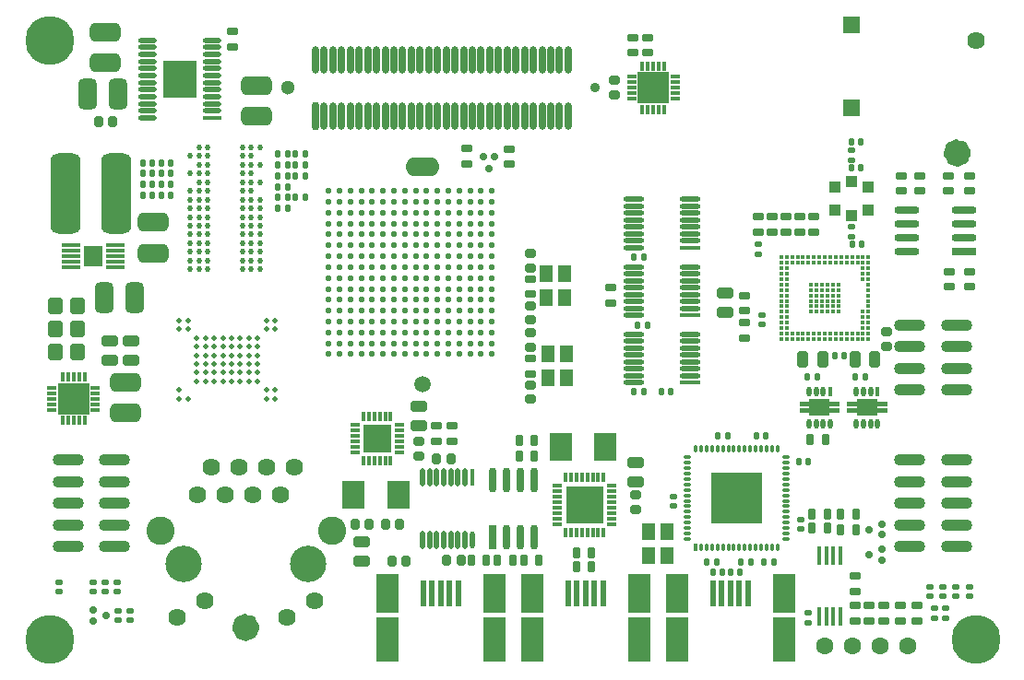
<source format=gts>
%FSLAX44Y44*%
%MOMM*%
G71*
G01*
G75*
G04 Layer_Color=8388736*
%ADD10C,1.0000*%
G04:AMPARAMS|DCode=11|XSize=0.9mm|YSize=0.6mm|CornerRadius=0.15mm|HoleSize=0mm|Usage=FLASHONLY|Rotation=90.000|XOffset=0mm|YOffset=0mm|HoleType=Round|Shape=RoundedRectangle|*
%AMROUNDEDRECTD11*
21,1,0.9000,0.3000,0,0,90.0*
21,1,0.6000,0.6000,0,0,90.0*
1,1,0.3000,0.1500,0.3000*
1,1,0.3000,0.1500,-0.3000*
1,1,0.3000,-0.1500,-0.3000*
1,1,0.3000,-0.1500,0.3000*
%
%ADD11ROUNDEDRECTD11*%
G04:AMPARAMS|DCode=12|XSize=1.4mm|YSize=0.9mm|CornerRadius=0.225mm|HoleSize=0mm|Usage=FLASHONLY|Rotation=0.000|XOffset=0mm|YOffset=0mm|HoleType=Round|Shape=RoundedRectangle|*
%AMROUNDEDRECTD12*
21,1,1.4000,0.4500,0,0,0.0*
21,1,0.9500,0.9000,0,0,0.0*
1,1,0.4500,0.4750,-0.2250*
1,1,0.4500,-0.4750,-0.2250*
1,1,0.4500,-0.4750,0.2250*
1,1,0.4500,0.4750,0.2250*
%
%ADD12ROUNDEDRECTD12*%
%ADD13R,1.5700X1.8800*%
%ADD14O,1.6500X0.3000*%
%ADD15R,1.6500X0.3000*%
%ADD16R,0.5000X0.5000*%
%ADD17O,0.8000X0.2500*%
%ADD18O,0.2500X0.8000*%
%ADD19R,0.2500X0.8000*%
G04:AMPARAMS|DCode=20|XSize=0.9mm|YSize=0.6mm|CornerRadius=0.15mm|HoleSize=0mm|Usage=FLASHONLY|Rotation=0.000|XOffset=0mm|YOffset=0mm|HoleType=Round|Shape=RoundedRectangle|*
%AMROUNDEDRECTD20*
21,1,0.9000,0.3000,0,0,0.0*
21,1,0.6000,0.6000,0,0,0.0*
1,1,0.3000,0.3000,-0.1500*
1,1,0.3000,-0.3000,-0.1500*
1,1,0.3000,-0.3000,0.1500*
1,1,0.3000,0.3000,0.1500*
%
%ADD20ROUNDEDRECTD20*%
G04:AMPARAMS|DCode=21|XSize=1.4mm|YSize=0.9mm|CornerRadius=0.225mm|HoleSize=0mm|Usage=FLASHONLY|Rotation=90.000|XOffset=0mm|YOffset=0mm|HoleType=Round|Shape=RoundedRectangle|*
%AMROUNDEDRECTD21*
21,1,1.4000,0.4500,0,0,90.0*
21,1,0.9500,0.9000,0,0,90.0*
1,1,0.4500,0.2250,0.4750*
1,1,0.4500,0.2250,-0.4750*
1,1,0.4500,-0.2250,-0.4750*
1,1,0.4500,-0.2250,0.4750*
%
%ADD21ROUNDEDRECTD21*%
G04:AMPARAMS|DCode=22|XSize=0.6mm|YSize=0.45mm|CornerRadius=0.1125mm|HoleSize=0mm|Usage=FLASHONLY|Rotation=270.000|XOffset=0mm|YOffset=0mm|HoleType=Round|Shape=RoundedRectangle|*
%AMROUNDEDRECTD22*
21,1,0.6000,0.2250,0,0,270.0*
21,1,0.3750,0.4500,0,0,270.0*
1,1,0.2250,-0.1125,-0.1875*
1,1,0.2250,-0.1125,0.1875*
1,1,0.2250,0.1125,0.1875*
1,1,0.2250,0.1125,-0.1875*
%
%ADD22ROUNDEDRECTD22*%
G04:AMPARAMS|DCode=23|XSize=0.6mm|YSize=0.45mm|CornerRadius=0.1125mm|HoleSize=0mm|Usage=FLASHONLY|Rotation=180.000|XOffset=0mm|YOffset=0mm|HoleType=Round|Shape=RoundedRectangle|*
%AMROUNDEDRECTD23*
21,1,0.6000,0.2250,0,0,180.0*
21,1,0.3750,0.4500,0,0,180.0*
1,1,0.2250,-0.1875,0.1125*
1,1,0.2250,0.1875,0.1125*
1,1,0.2250,0.1875,-0.1125*
1,1,0.2250,-0.1875,-0.1125*
%
%ADD23ROUNDEDRECTD23*%
G04:AMPARAMS|DCode=24|XSize=2.7mm|YSize=1.6mm|CornerRadius=0.4mm|HoleSize=0mm|Usage=FLASHONLY|Rotation=180.000|XOffset=0mm|YOffset=0mm|HoleType=Round|Shape=RoundedRectangle|*
%AMROUNDEDRECTD24*
21,1,2.7000,0.8000,0,0,180.0*
21,1,1.9000,1.6000,0,0,180.0*
1,1,0.8000,-0.9500,0.4000*
1,1,0.8000,0.9500,0.4000*
1,1,0.8000,0.9500,-0.4000*
1,1,0.8000,-0.9500,-0.4000*
%
%ADD24ROUNDEDRECTD24*%
G04:AMPARAMS|DCode=25|XSize=1.4mm|YSize=1.2mm|CornerRadius=0.18mm|HoleSize=0mm|Usage=FLASHONLY|Rotation=90.000|XOffset=0mm|YOffset=0mm|HoleType=Round|Shape=RoundedRectangle|*
%AMROUNDEDRECTD25*
21,1,1.4000,0.8400,0,0,90.0*
21,1,1.0400,1.2000,0,0,90.0*
1,1,0.3600,0.4200,0.5200*
1,1,0.3600,0.4200,-0.5200*
1,1,0.3600,-0.4200,-0.5200*
1,1,0.3600,-0.4200,0.5200*
%
%ADD25ROUNDEDRECTD25*%
G04:AMPARAMS|DCode=26|XSize=0.9mm|YSize=0.7mm|CornerRadius=0.175mm|HoleSize=0mm|Usage=FLASHONLY|Rotation=180.000|XOffset=0mm|YOffset=0mm|HoleType=Round|Shape=RoundedRectangle|*
%AMROUNDEDRECTD26*
21,1,0.9000,0.3500,0,0,180.0*
21,1,0.5500,0.7000,0,0,180.0*
1,1,0.3500,-0.2750,0.1750*
1,1,0.3500,0.2750,0.1750*
1,1,0.3500,0.2750,-0.1750*
1,1,0.3500,-0.2750,-0.1750*
%
%ADD26ROUNDEDRECTD26*%
G04:AMPARAMS|DCode=27|XSize=0.9mm|YSize=0.7mm|CornerRadius=0.175mm|HoleSize=0mm|Usage=FLASHONLY|Rotation=90.000|XOffset=0mm|YOffset=0mm|HoleType=Round|Shape=RoundedRectangle|*
%AMROUNDEDRECTD27*
21,1,0.9000,0.3500,0,0,90.0*
21,1,0.5500,0.7000,0,0,90.0*
1,1,0.3500,0.1750,0.2750*
1,1,0.3500,0.1750,-0.2750*
1,1,0.3500,-0.1750,-0.2750*
1,1,0.3500,-0.1750,0.2750*
%
%ADD27ROUNDEDRECTD27*%
G04:AMPARAMS|DCode=28|XSize=0.5mm|YSize=0.66mm|CornerRadius=0.125mm|HoleSize=0mm|Usage=FLASHONLY|Rotation=270.000|XOffset=0mm|YOffset=0mm|HoleType=Round|Shape=RoundedRectangle|*
%AMROUNDEDRECTD28*
21,1,0.5000,0.4100,0,0,270.0*
21,1,0.2500,0.6600,0,0,270.0*
1,1,0.2500,-0.2050,-0.1250*
1,1,0.2500,-0.2050,0.1250*
1,1,0.2500,0.2050,0.1250*
1,1,0.2500,0.2050,-0.1250*
%
%ADD28ROUNDEDRECTD28*%
%ADD29R,1.4000X1.4000*%
%ADD30R,1.2000X1.4000*%
G04:AMPARAMS|DCode=31|XSize=2.65mm|YSize=7.3mm|CornerRadius=0.6625mm|HoleSize=0mm|Usage=FLASHONLY|Rotation=0.000|XOffset=0mm|YOffset=0mm|HoleType=Round|Shape=RoundedRectangle|*
%AMROUNDEDRECTD31*
21,1,2.6500,5.9750,0,0,0.0*
21,1,1.3250,7.3000,0,0,0.0*
1,1,1.3250,0.6625,-2.9875*
1,1,1.3250,-0.6625,-2.9875*
1,1,1.3250,-0.6625,2.9875*
1,1,1.3250,0.6625,2.9875*
%
%ADD31ROUNDEDRECTD31*%
G04:AMPARAMS|DCode=32|XSize=2.7mm|YSize=1.6mm|CornerRadius=0.4mm|HoleSize=0mm|Usage=FLASHONLY|Rotation=270.000|XOffset=0mm|YOffset=0mm|HoleType=Round|Shape=RoundedRectangle|*
%AMROUNDEDRECTD32*
21,1,2.7000,0.8000,0,0,270.0*
21,1,1.9000,1.6000,0,0,270.0*
1,1,0.8000,-0.4000,-0.9500*
1,1,0.8000,-0.4000,0.9500*
1,1,0.8000,0.4000,0.9500*
1,1,0.8000,0.4000,-0.9500*
%
%ADD32ROUNDEDRECTD32*%
%ADD33R,1.9000X2.4000*%
G04:AMPARAMS|DCode=34|XSize=0.5mm|YSize=0.66mm|CornerRadius=0.125mm|HoleSize=0mm|Usage=FLASHONLY|Rotation=0.000|XOffset=0mm|YOffset=0mm|HoleType=Round|Shape=RoundedRectangle|*
%AMROUNDEDRECTD34*
21,1,0.5000,0.4100,0,0,0.0*
21,1,0.2500,0.6600,0,0,0.0*
1,1,0.2500,0.1250,-0.2050*
1,1,0.2500,-0.1250,-0.2050*
1,1,0.2500,-0.1250,0.2050*
1,1,0.2500,0.1250,0.2050*
%
%ADD34ROUNDEDRECTD34*%
%ADD35R,1.0160X1.0160*%
%ADD36R,2.0000X3.5000*%
%ADD37R,0.5000X2.2500*%
%ADD38R,2.0000X4.0000*%
%ADD39O,0.5000X2.4000*%
G04:AMPARAMS|DCode=40|XSize=0.5mm|YSize=2.4mm|CornerRadius=0.125mm|HoleSize=0mm|Usage=FLASHONLY|Rotation=0.000|XOffset=0mm|YOffset=0mm|HoleType=Round|Shape=RoundedRectangle|*
%AMROUNDEDRECTD40*
21,1,0.5000,2.1500,0,0,0.0*
21,1,0.2500,2.4000,0,0,0.0*
1,1,0.2500,0.1250,-1.0750*
1,1,0.2500,-0.1250,-1.0750*
1,1,0.2500,-0.1250,1.0750*
1,1,0.2500,0.1250,1.0750*
%
%ADD40ROUNDEDRECTD40*%
%ADD41O,2.7500X1.0000*%
%ADD42O,2.2000X0.6000*%
%ADD43R,2.2000X0.6000*%
%ADD44R,0.3048X0.3048*%
G04:AMPARAMS|DCode=45|XSize=0.3048mm|YSize=0.3048mm|CornerRadius=0.0762mm|HoleSize=0mm|Usage=FLASHONLY|Rotation=270.000|XOffset=0mm|YOffset=0mm|HoleType=Round|Shape=RoundedRectangle|*
%AMROUNDEDRECTD45*
21,1,0.3048,0.1524,0,0,270.0*
21,1,0.1524,0.3048,0,0,270.0*
1,1,0.1524,-0.0762,-0.0762*
1,1,0.1524,-0.0762,0.0762*
1,1,0.1524,0.0762,0.0762*
1,1,0.1524,0.0762,-0.0762*
%
%ADD45ROUNDEDRECTD45*%
%ADD46R,0.3500X0.8000*%
%ADD47O,0.3500X0.8000*%
%ADD48R,1.7500X1.5000*%
%ADD49O,0.3000X1.6500*%
%ADD50R,0.3000X1.6500*%
%ADD51R,1.8500X0.3500*%
%ADD52O,1.8500X0.3500*%
%ADD53O,0.2500X0.7000*%
%ADD54R,0.7000X0.2500*%
%ADD55O,0.7000X0.2500*%
%ADD56R,0.2500X0.7000*%
%ADD57R,0.3500X1.5000*%
%ADD58O,0.3500X1.5600*%
%ADD59O,0.3500X1.5000*%
%ADD60O,0.6000X2.2000*%
%ADD61R,0.6000X2.2000*%
%ADD62O,0.2800X0.8500*%
%ADD63R,3.3000X3.3000*%
%ADD64O,0.8500X0.2800*%
%ADD65R,0.2800X0.8500*%
%ADD66R,2.5000X2.5000*%
%ADD67R,0.5000X0.5000*%
%ADD68O,1.6000X0.3500*%
%ADD69R,1.6000X0.3500*%
%ADD70C,0.4000*%
%ADD71C,0.4500*%
%ADD72C,0.1500*%
%ADD73C,0.3000*%
%ADD74C,0.1000*%
%ADD75C,0.8000*%
%ADD76C,0.2000*%
%ADD77C,0.4000*%
%ADD78C,0.2500*%
%ADD79C,0.6000*%
%ADD80C,0.5000*%
%ADD81C,0.2540*%
%ADD82C,0.1999*%
%ADD83C,1.5240*%
%ADD84C,1.4000*%
%ADD85O,3.0200X1.6200*%
%ADD86C,0.8000*%
%ADD87C,1.2000*%
%ADD88C,2.5000*%
%ADD89C,3.2500*%
%ADD90C,1.5000*%
%ADD91C,0.3500*%
%ADD92C,0.6000*%
%ADD93C,4.4000*%
%ADD94C,1.0160*%
%ADD95C,1.8000*%
%ADD96C,2.6000*%
%ADD97O,3.1000X1.7000*%
%ADD98C,1.3000*%
%ADD99C,1.7000*%
%ADD100C,3.7500*%
%ADD101C,0.6500*%
%ADD102C,0.8000*%
%ADD103C,0.0800*%
%ADD104C,0.0870*%
%ADD105C,0.0750*%
%ADD106C,0.4500*%
%ADD107C,2.2000*%
%ADD108O,2.8000X1.4000*%
%ADD109O,0.5000X3.3000*%
%ADD110R,0.5000X3.3000*%
%ADD111R,1.4000X0.9000*%
G04:AMPARAMS|DCode=112|XSize=1.3mm|YSize=2.2mm|CornerRadius=0.325mm|HoleSize=0mm|Usage=FLASHONLY|Rotation=180.000|XOffset=0mm|YOffset=0mm|HoleType=Round|Shape=RoundedRectangle|*
%AMROUNDEDRECTD112*
21,1,1.3000,1.5500,0,0,180.0*
21,1,0.6500,2.2000,0,0,180.0*
1,1,0.6500,-0.3250,0.7750*
1,1,0.6500,0.3250,0.7750*
1,1,0.6500,0.3250,-0.7750*
1,1,0.6500,-0.3250,-0.7750*
%
%ADD112ROUNDEDRECTD112*%
%ADD113R,0.9000X1.4000*%
%ADD114O,3.3000X0.5000*%
%ADD115R,3.3000X0.5000*%
G04:AMPARAMS|DCode=116|XSize=1.8mm|YSize=1.2mm|CornerRadius=0.3mm|HoleSize=0mm|Usage=FLASHONLY|Rotation=0.000|XOffset=0mm|YOffset=0mm|HoleType=Round|Shape=RoundedRectangle|*
%AMROUNDEDRECTD116*
21,1,1.8000,0.6000,0,0,0.0*
21,1,1.2000,1.2000,0,0,0.0*
1,1,0.6000,0.6000,-0.3000*
1,1,0.6000,-0.6000,-0.3000*
1,1,0.6000,-0.6000,0.3000*
1,1,0.6000,0.6000,0.3000*
%
%ADD116ROUNDEDRECTD116*%
%ADD117C,0.3000*%
%ADD118C,0.5000*%
G04:AMPARAMS|DCode=119|XSize=0.5mm|YSize=1.54mm|CornerRadius=0.125mm|HoleSize=0mm|Usage=FLASHONLY|Rotation=180.000|XOffset=0mm|YOffset=0mm|HoleType=Round|Shape=RoundedRectangle|*
%AMROUNDEDRECTD119*
21,1,0.5000,1.2900,0,0,180.0*
21,1,0.2500,1.5400,0,0,180.0*
1,1,0.2500,-0.1250,0.6450*
1,1,0.2500,0.1250,0.6450*
1,1,0.2500,0.1250,-0.6450*
1,1,0.2500,-0.1250,-0.6450*
%
%ADD119ROUNDEDRECTD119*%
G04:AMPARAMS|DCode=120|XSize=1.22mm|YSize=1.82mm|CornerRadius=0.305mm|HoleSize=0mm|Usage=FLASHONLY|Rotation=180.000|XOffset=0mm|YOffset=0mm|HoleType=Round|Shape=RoundedRectangle|*
%AMROUNDEDRECTD120*
21,1,1.2200,1.2100,0,0,180.0*
21,1,0.6100,1.8200,0,0,180.0*
1,1,0.6100,-0.3050,0.6050*
1,1,0.6100,0.3050,0.6050*
1,1,0.6100,0.3050,-0.6050*
1,1,0.6100,-0.3050,-0.6050*
%
%ADD120ROUNDEDRECTD120*%
G04:AMPARAMS|DCode=121|XSize=1.22mm|YSize=1.82mm|CornerRadius=0.305mm|HoleSize=0mm|Usage=FLASHONLY|Rotation=90.000|XOffset=0mm|YOffset=0mm|HoleType=Round|Shape=RoundedRectangle|*
%AMROUNDEDRECTD121*
21,1,1.2200,1.2100,0,0,90.0*
21,1,0.6100,1.8200,0,0,90.0*
1,1,0.6100,0.6050,0.3050*
1,1,0.6100,0.6050,-0.3050*
1,1,0.6100,-0.6050,-0.3050*
1,1,0.6100,-0.6050,0.3050*
%
%ADD121ROUNDEDRECTD121*%
%ADD122R,0.8000X0.3500*%
%ADD123O,0.8000X0.3500*%
%ADD124R,1.5000X1.7500*%
%ADD125R,0.4000X0.4000*%
G04:AMPARAMS|DCode=126|XSize=2mm|YSize=2.8mm|CornerRadius=0.5mm|HoleSize=0mm|Usage=FLASHONLY|Rotation=270.000|XOffset=0mm|YOffset=0mm|HoleType=Round|Shape=RoundedRectangle|*
%AMROUNDEDRECTD126*
21,1,2.0000,1.8000,0,0,270.0*
21,1,1.0000,2.8000,0,0,270.0*
1,1,1.0000,-0.9000,-0.5000*
1,1,1.0000,-0.9000,0.5000*
1,1,1.0000,0.9000,0.5000*
1,1,1.0000,0.9000,-0.5000*
%
%ADD126ROUNDEDRECTD126*%
%ADD127O,0.3000X1.2000*%
%ADD128O,1.2000X0.3000*%
%ADD129R,1.2000X0.3000*%
%ADD130C,0.1250*%
%ADD131C,0.2032*%
%ADD132C,0.1524*%
%ADD133C,0.1519*%
%ADD134R,1.3000X1.3000*%
%ADD135R,0.9000X0.9000*%
%ADD136C,1.5000*%
G04:AMPARAMS|DCode=137|XSize=1.02mm|YSize=0.72mm|CornerRadius=0.21mm|HoleSize=0mm|Usage=FLASHONLY|Rotation=90.000|XOffset=0mm|YOffset=0mm|HoleType=Round|Shape=RoundedRectangle|*
%AMROUNDEDRECTD137*
21,1,1.0200,0.3000,0,0,90.0*
21,1,0.6000,0.7200,0,0,90.0*
1,1,0.4200,0.1500,0.3000*
1,1,0.4200,0.1500,-0.3000*
1,1,0.4200,-0.1500,-0.3000*
1,1,0.4200,-0.1500,0.3000*
%
%ADD137ROUNDEDRECTD137*%
G04:AMPARAMS|DCode=138|XSize=1.54mm|YSize=1.04mm|CornerRadius=0.295mm|HoleSize=0mm|Usage=FLASHONLY|Rotation=0.000|XOffset=0mm|YOffset=0mm|HoleType=Round|Shape=RoundedRectangle|*
%AMROUNDEDRECTD138*
21,1,1.5400,0.4500,0,0,0.0*
21,1,0.9500,1.0400,0,0,0.0*
1,1,0.5900,0.4750,-0.2250*
1,1,0.5900,-0.4750,-0.2250*
1,1,0.5900,-0.4750,0.2250*
1,1,0.5900,0.4750,0.2250*
%
%ADD138ROUNDEDRECTD138*%
%ADD139R,1.6700X1.9800*%
%ADD140O,1.7500X0.4000*%
%ADD141R,1.7500X0.4000*%
%ADD142R,0.6000X0.6000*%
%ADD143O,0.9200X0.3700*%
%ADD144O,0.3700X0.9200*%
%ADD145R,0.3700X0.9200*%
G04:AMPARAMS|DCode=146|XSize=1.02mm|YSize=0.72mm|CornerRadius=0.21mm|HoleSize=0mm|Usage=FLASHONLY|Rotation=0.000|XOffset=0mm|YOffset=0mm|HoleType=Round|Shape=RoundedRectangle|*
%AMROUNDEDRECTD146*
21,1,1.0200,0.3000,0,0,0.0*
21,1,0.6000,0.7200,0,0,0.0*
1,1,0.4200,0.3000,-0.1500*
1,1,0.4200,-0.3000,-0.1500*
1,1,0.4200,-0.3000,0.1500*
1,1,0.4200,0.3000,0.1500*
%
%ADD146ROUNDEDRECTD146*%
G04:AMPARAMS|DCode=147|XSize=1.54mm|YSize=1.04mm|CornerRadius=0.295mm|HoleSize=0mm|Usage=FLASHONLY|Rotation=90.000|XOffset=0mm|YOffset=0mm|HoleType=Round|Shape=RoundedRectangle|*
%AMROUNDEDRECTD147*
21,1,1.5400,0.4500,0,0,90.0*
21,1,0.9500,1.0400,0,0,90.0*
1,1,0.5900,0.2250,0.4750*
1,1,0.5900,0.2250,-0.4750*
1,1,0.5900,-0.2250,-0.4750*
1,1,0.5900,-0.2250,0.4750*
%
%ADD147ROUNDEDRECTD147*%
G04:AMPARAMS|DCode=148|XSize=0.7mm|YSize=0.55mm|CornerRadius=0.1625mm|HoleSize=0mm|Usage=FLASHONLY|Rotation=270.000|XOffset=0mm|YOffset=0mm|HoleType=Round|Shape=RoundedRectangle|*
%AMROUNDEDRECTD148*
21,1,0.7000,0.2250,0,0,270.0*
21,1,0.3750,0.5500,0,0,270.0*
1,1,0.3250,-0.1125,-0.1875*
1,1,0.3250,-0.1125,0.1875*
1,1,0.3250,0.1125,0.1875*
1,1,0.3250,0.1125,-0.1875*
%
%ADD148ROUNDEDRECTD148*%
G04:AMPARAMS|DCode=149|XSize=0.7mm|YSize=0.55mm|CornerRadius=0.1625mm|HoleSize=0mm|Usage=FLASHONLY|Rotation=180.000|XOffset=0mm|YOffset=0mm|HoleType=Round|Shape=RoundedRectangle|*
%AMROUNDEDRECTD149*
21,1,0.7000,0.2250,0,0,180.0*
21,1,0.3750,0.5500,0,0,180.0*
1,1,0.3250,-0.1875,0.1125*
1,1,0.3250,0.1875,0.1125*
1,1,0.3250,0.1875,-0.1125*
1,1,0.3250,-0.1875,-0.1125*
%
%ADD149ROUNDEDRECTD149*%
G04:AMPARAMS|DCode=150|XSize=2.8mm|YSize=1.7mm|CornerRadius=0.45mm|HoleSize=0mm|Usage=FLASHONLY|Rotation=180.000|XOffset=0mm|YOffset=0mm|HoleType=Round|Shape=RoundedRectangle|*
%AMROUNDEDRECTD150*
21,1,2.8000,0.8000,0,0,180.0*
21,1,1.9000,1.7000,0,0,180.0*
1,1,0.9000,-0.9500,0.4000*
1,1,0.9000,0.9500,0.4000*
1,1,0.9000,0.9500,-0.4000*
1,1,0.9000,-0.9500,-0.4000*
%
%ADD150ROUNDEDRECTD150*%
G04:AMPARAMS|DCode=151|XSize=1.5mm|YSize=1.3mm|CornerRadius=0.23mm|HoleSize=0mm|Usage=FLASHONLY|Rotation=90.000|XOffset=0mm|YOffset=0mm|HoleType=Round|Shape=RoundedRectangle|*
%AMROUNDEDRECTD151*
21,1,1.5000,0.8400,0,0,90.0*
21,1,1.0400,1.3000,0,0,90.0*
1,1,0.4600,0.4200,0.5200*
1,1,0.4600,0.4200,-0.5200*
1,1,0.4600,-0.4200,-0.5200*
1,1,0.4600,-0.4200,0.5200*
%
%ADD151ROUNDEDRECTD151*%
G04:AMPARAMS|DCode=152|XSize=1mm|YSize=0.8mm|CornerRadius=0.225mm|HoleSize=0mm|Usage=FLASHONLY|Rotation=180.000|XOffset=0mm|YOffset=0mm|HoleType=Round|Shape=RoundedRectangle|*
%AMROUNDEDRECTD152*
21,1,1.0000,0.3500,0,0,180.0*
21,1,0.5500,0.8000,0,0,180.0*
1,1,0.4500,-0.2750,0.1750*
1,1,0.4500,0.2750,0.1750*
1,1,0.4500,0.2750,-0.1750*
1,1,0.4500,-0.2750,-0.1750*
%
%ADD152ROUNDEDRECTD152*%
G04:AMPARAMS|DCode=153|XSize=1mm|YSize=0.8mm|CornerRadius=0.225mm|HoleSize=0mm|Usage=FLASHONLY|Rotation=90.000|XOffset=0mm|YOffset=0mm|HoleType=Round|Shape=RoundedRectangle|*
%AMROUNDEDRECTD153*
21,1,1.0000,0.3500,0,0,90.0*
21,1,0.5500,0.8000,0,0,90.0*
1,1,0.4500,0.1750,0.2750*
1,1,0.4500,0.1750,-0.2750*
1,1,0.4500,-0.1750,-0.2750*
1,1,0.4500,-0.1750,0.2750*
%
%ADD153ROUNDEDRECTD153*%
G04:AMPARAMS|DCode=154|XSize=0.6mm|YSize=0.76mm|CornerRadius=0.175mm|HoleSize=0mm|Usage=FLASHONLY|Rotation=270.000|XOffset=0mm|YOffset=0mm|HoleType=Round|Shape=RoundedRectangle|*
%AMROUNDEDRECTD154*
21,1,0.6000,0.4100,0,0,270.0*
21,1,0.2500,0.7600,0,0,270.0*
1,1,0.3500,-0.2050,-0.1250*
1,1,0.3500,-0.2050,0.1250*
1,1,0.3500,0.2050,0.1250*
1,1,0.3500,0.2050,-0.1250*
%
%ADD154ROUNDEDRECTD154*%
%ADD155R,1.5000X1.5000*%
%ADD156R,1.3000X1.5000*%
G04:AMPARAMS|DCode=157|XSize=2.75mm|YSize=7.4mm|CornerRadius=0.7125mm|HoleSize=0mm|Usage=FLASHONLY|Rotation=0.000|XOffset=0mm|YOffset=0mm|HoleType=Round|Shape=RoundedRectangle|*
%AMROUNDEDRECTD157*
21,1,2.7500,5.9750,0,0,0.0*
21,1,1.3250,7.4000,0,0,0.0*
1,1,1.4250,0.6625,-2.9875*
1,1,1.4250,-0.6625,-2.9875*
1,1,1.4250,-0.6625,2.9875*
1,1,1.4250,0.6625,2.9875*
%
%ADD157ROUNDEDRECTD157*%
G04:AMPARAMS|DCode=158|XSize=2.8mm|YSize=1.7mm|CornerRadius=0.45mm|HoleSize=0mm|Usage=FLASHONLY|Rotation=270.000|XOffset=0mm|YOffset=0mm|HoleType=Round|Shape=RoundedRectangle|*
%AMROUNDEDRECTD158*
21,1,2.8000,0.8000,0,0,270.0*
21,1,1.9000,1.7000,0,0,270.0*
1,1,0.9000,-0.4000,-0.9500*
1,1,0.9000,-0.4000,0.9500*
1,1,0.9000,0.4000,0.9500*
1,1,0.9000,0.4000,-0.9500*
%
%ADD158ROUNDEDRECTD158*%
%ADD159R,2.0000X2.5000*%
G04:AMPARAMS|DCode=160|XSize=0.6mm|YSize=0.76mm|CornerRadius=0.175mm|HoleSize=0mm|Usage=FLASHONLY|Rotation=0.000|XOffset=0mm|YOffset=0mm|HoleType=Round|Shape=RoundedRectangle|*
%AMROUNDEDRECTD160*
21,1,0.6000,0.4100,0,0,0.0*
21,1,0.2500,0.7600,0,0,0.0*
1,1,0.3500,0.1250,-0.2050*
1,1,0.3500,-0.1250,-0.2050*
1,1,0.3500,-0.1250,0.2050*
1,1,0.3500,0.1250,0.2050*
%
%ADD160ROUNDEDRECTD160*%
%ADD161R,1.1160X1.1160*%
%ADD162R,2.1000X3.6000*%
%ADD163R,0.6000X2.3500*%
%ADD164R,2.1000X4.1000*%
%ADD165O,0.6200X2.5200*%
G04:AMPARAMS|DCode=166|XSize=0.62mm|YSize=2.52mm|CornerRadius=0.185mm|HoleSize=0mm|Usage=FLASHONLY|Rotation=0.000|XOffset=0mm|YOffset=0mm|HoleType=Round|Shape=RoundedRectangle|*
%AMROUNDEDRECTD166*
21,1,0.6200,2.1500,0,0,0.0*
21,1,0.2500,2.5200,0,0,0.0*
1,1,0.3700,0.1250,-1.0750*
1,1,0.3700,-0.1250,-1.0750*
1,1,0.3700,-0.1250,1.0750*
1,1,0.3700,0.1250,1.0750*
%
%ADD166ROUNDEDRECTD166*%
%ADD167O,2.8500X1.1000*%
%ADD168O,2.3000X0.7000*%
%ADD169R,2.3000X0.7000*%
%ADD170R,0.4048X0.4048*%
G04:AMPARAMS|DCode=171|XSize=0.4048mm|YSize=0.4048mm|CornerRadius=0.1262mm|HoleSize=0mm|Usage=FLASHONLY|Rotation=270.000|XOffset=0mm|YOffset=0mm|HoleType=Round|Shape=RoundedRectangle|*
%AMROUNDEDRECTD171*
21,1,0.4048,0.1524,0,0,270.0*
21,1,0.1524,0.4048,0,0,270.0*
1,1,0.2524,-0.0762,-0.0762*
1,1,0.2524,-0.0762,0.0762*
1,1,0.2524,0.0762,0.0762*
1,1,0.2524,0.0762,-0.0762*
%
%ADD171ROUNDEDRECTD171*%
%ADD172R,0.4500X0.9000*%
%ADD173O,0.4500X0.9000*%
%ADD174R,1.8500X1.6000*%
%ADD175O,0.4000X1.7500*%
%ADD176R,0.4000X1.7500*%
%ADD177R,1.9500X0.4500*%
%ADD178O,1.9500X0.4500*%
%ADD179R,0.4500X1.6000*%
%ADD180O,0.4500X1.6600*%
%ADD181O,0.4500X1.6000*%
%ADD182O,0.7000X2.3000*%
%ADD183R,0.7000X2.3000*%
%ADD184O,0.3800X0.9500*%
%ADD185R,3.4000X3.4000*%
%ADD186O,0.9500X0.3800*%
%ADD187R,0.3800X0.9500*%
%ADD188R,2.6200X2.6200*%
%ADD189R,0.6000X0.6000*%
%ADD190O,1.7000X0.4500*%
%ADD191R,1.7000X0.4500*%
%ADD192C,0.5200*%
%ADD193C,0.5500*%
%ADD194C,1.6240*%
%ADD195C,0.1000*%
%ADD196O,3.1200X1.7200*%
%ADD197C,0.9000*%
%ADD198C,3.3500*%
%ADD199C,1.6000*%
%ADD200C,4.5000*%
G36*
X750250Y233000D02*
X713250D01*
Y237000D01*
X750250D01*
Y233000D01*
D02*
G37*
G36*
X793750Y233000D02*
X756750D01*
Y237000D01*
X793750D01*
Y233000D01*
D02*
G37*
G36*
X678500Y131750D02*
X632500D01*
Y177750D01*
X678500D01*
Y131750D01*
D02*
G37*
G36*
X61500Y231500D02*
X32500D01*
Y260500D01*
X61500D01*
Y231500D01*
D02*
G37*
G36*
X593620Y517376D02*
X564620D01*
Y546376D01*
X593620D01*
Y517376D01*
D02*
G37*
G36*
X159500Y522750D02*
X129500D01*
Y556750D01*
X159500D01*
Y522750D01*
D02*
G37*
G36*
X750250Y239000D02*
X713250D01*
Y243000D01*
X750250D01*
Y239000D01*
D02*
G37*
G36*
X793750Y239000D02*
X756750D01*
Y243000D01*
X793750D01*
Y239000D01*
D02*
G37*
D46*
X618000Y109500D02*
D03*
D47*
X648000D02*
D03*
X653000D02*
D03*
X618000Y200000D02*
D03*
X623000D02*
D03*
X628000D02*
D03*
X633000D02*
D03*
X638000D02*
D03*
X643000D02*
D03*
X648000D02*
D03*
X653000D02*
D03*
X658000D02*
D03*
X663000D02*
D03*
X668000D02*
D03*
X673000D02*
D03*
X678000D02*
D03*
X683000D02*
D03*
X688000D02*
D03*
X693000D02*
D03*
Y109500D02*
D03*
X688000D02*
D03*
X683000D02*
D03*
X678000D02*
D03*
X673000D02*
D03*
X668000D02*
D03*
X663000D02*
D03*
X658000D02*
D03*
X643000D02*
D03*
X638000D02*
D03*
X633000D02*
D03*
X628000D02*
D03*
X623000D02*
D03*
D90*
X367000Y259000D02*
D03*
D96*
X126500Y124500D02*
D03*
X284000D02*
D03*
D98*
X244000Y531795D02*
D03*
D118*
X144000Y246000D02*
D03*
Y254000D02*
D03*
Y310000D02*
D03*
Y318000D02*
D03*
X152000Y246000D02*
D03*
Y310000D02*
D03*
Y318000D02*
D03*
X160000Y262000D02*
D03*
Y270000D02*
D03*
Y278000D02*
D03*
Y286000D02*
D03*
Y294000D02*
D03*
Y302000D02*
D03*
X168000Y262000D02*
D03*
Y270000D02*
D03*
Y278000D02*
D03*
Y286000D02*
D03*
Y294000D02*
D03*
Y302000D02*
D03*
X176000Y262000D02*
D03*
Y270000D02*
D03*
Y278000D02*
D03*
Y286000D02*
D03*
Y294000D02*
D03*
Y302000D02*
D03*
X184000Y262000D02*
D03*
Y270000D02*
D03*
Y278000D02*
D03*
Y286000D02*
D03*
Y294000D02*
D03*
Y302000D02*
D03*
X192000Y262000D02*
D03*
Y270000D02*
D03*
Y278000D02*
D03*
Y286000D02*
D03*
Y294000D02*
D03*
Y302000D02*
D03*
X200000Y262000D02*
D03*
Y270000D02*
D03*
Y278000D02*
D03*
Y286000D02*
D03*
Y294000D02*
D03*
Y302000D02*
D03*
X208000Y262000D02*
D03*
Y270000D02*
D03*
Y278000D02*
D03*
Y286000D02*
D03*
Y294000D02*
D03*
Y302000D02*
D03*
X216000Y262000D02*
D03*
Y270000D02*
D03*
Y278000D02*
D03*
Y286000D02*
D03*
Y294000D02*
D03*
Y302000D02*
D03*
X224000Y246000D02*
D03*
Y254000D02*
D03*
Y310000D02*
D03*
Y318000D02*
D03*
X232000Y246000D02*
D03*
Y254000D02*
D03*
Y310000D02*
D03*
Y318000D02*
D03*
D122*
X655500Y154750D02*
D03*
D123*
X610250Y117250D02*
D03*
Y122250D02*
D03*
Y127250D02*
D03*
Y132250D02*
D03*
Y137250D02*
D03*
Y142250D02*
D03*
Y147250D02*
D03*
Y152250D02*
D03*
Y157250D02*
D03*
Y162250D02*
D03*
Y167250D02*
D03*
Y172250D02*
D03*
Y177250D02*
D03*
Y182250D02*
D03*
Y187250D02*
D03*
Y192250D02*
D03*
X700750D02*
D03*
Y187250D02*
D03*
Y182250D02*
D03*
Y177250D02*
D03*
Y172250D02*
D03*
Y167250D02*
D03*
Y162250D02*
D03*
Y157250D02*
D03*
Y152250D02*
D03*
Y147250D02*
D03*
Y142250D02*
D03*
Y137250D02*
D03*
Y132250D02*
D03*
Y127250D02*
D03*
Y122250D02*
D03*
Y117250D02*
D03*
D136*
X210000Y36000D02*
G03*
X210000Y36000I-5000J0D01*
G01*
X863000Y472000D02*
G03*
X863000Y472000I-5000J0D01*
G01*
D137*
X508620Y91440D02*
D03*
Y104140D02*
D03*
X737000Y209000D02*
D03*
X723000D02*
D03*
X436000Y98000D02*
D03*
X450000D02*
D03*
X460000D02*
D03*
X474000D02*
D03*
X426000D02*
D03*
X412000D02*
D03*
X456000Y193000D02*
D03*
X470000D02*
D03*
X522620Y91440D02*
D03*
Y104140D02*
D03*
X739000Y127000D02*
D03*
X725000D02*
D03*
X751000Y140000D02*
D03*
X765000D02*
D03*
X725000D02*
D03*
X739000D02*
D03*
X751000Y126000D02*
D03*
X765000D02*
D03*
X456042Y207518D02*
D03*
X470042D02*
D03*
D138*
X562610Y169300D02*
D03*
Y187300D02*
D03*
X645000Y343500D02*
D03*
Y325500D02*
D03*
X100000Y299500D02*
D03*
Y281500D02*
D03*
X80000Y299500D02*
D03*
Y281500D02*
D03*
X311000Y96500D02*
D03*
Y114500D02*
D03*
X364000Y221500D02*
D03*
Y239500D02*
D03*
D139*
X65000Y377000D02*
D03*
D140*
X44500Y387000D02*
D03*
Y382000D02*
D03*
Y377000D02*
D03*
Y372000D02*
D03*
Y367000D02*
D03*
X85500Y387000D02*
D03*
Y382000D02*
D03*
Y377000D02*
D03*
Y372000D02*
D03*
D141*
Y367000D02*
D03*
D142*
X47000Y246000D02*
D03*
X579120Y531876D02*
D03*
D143*
X67000Y256000D02*
D03*
Y251000D02*
D03*
Y246000D02*
D03*
Y241000D02*
D03*
Y236000D02*
D03*
X27000D02*
D03*
Y241000D02*
D03*
Y246000D02*
D03*
Y251000D02*
D03*
Y256000D02*
D03*
X305250Y196750D02*
D03*
Y221750D02*
D03*
X345750D02*
D03*
Y216750D02*
D03*
Y211750D02*
D03*
Y206750D02*
D03*
Y201750D02*
D03*
Y196750D02*
D03*
X305250Y216750D02*
D03*
Y211750D02*
D03*
Y206750D02*
D03*
Y201750D02*
D03*
X599120Y521876D02*
D03*
Y526876D02*
D03*
Y531876D02*
D03*
Y536876D02*
D03*
Y541876D02*
D03*
X559120D02*
D03*
Y536876D02*
D03*
Y531876D02*
D03*
Y526876D02*
D03*
Y521876D02*
D03*
D144*
X57000Y226000D02*
D03*
X52000D02*
D03*
X47000D02*
D03*
X42000D02*
D03*
X37000D02*
D03*
Y266000D02*
D03*
X42000D02*
D03*
X47000D02*
D03*
X52000D02*
D03*
X313000Y229500D02*
D03*
X318000D02*
D03*
X323000D02*
D03*
X328000D02*
D03*
X333000D02*
D03*
X338000D02*
D03*
Y189000D02*
D03*
X333000D02*
D03*
X328000D02*
D03*
X323000D02*
D03*
X318000D02*
D03*
X574120Y511876D02*
D03*
X579120D02*
D03*
X584120D02*
D03*
X589120D02*
D03*
Y551876D02*
D03*
X584120D02*
D03*
X579120D02*
D03*
X574120D02*
D03*
X569120D02*
D03*
D145*
X57000Y266000D02*
D03*
X313000Y189000D02*
D03*
X569120Y511876D02*
D03*
D146*
X540000Y334000D02*
D03*
Y348000D02*
D03*
X663000Y327000D02*
D03*
Y341000D02*
D03*
X466000Y342000D02*
D03*
Y356000D02*
D03*
X408000Y462000D02*
D03*
Y476000D02*
D03*
X446786Y461630D02*
D03*
Y475630D02*
D03*
X193040Y583580D02*
D03*
Y569580D02*
D03*
X574000Y578000D02*
D03*
Y564000D02*
D03*
X560000D02*
D03*
Y578000D02*
D03*
X380000Y221000D02*
D03*
Y207000D02*
D03*
X394000Y221000D02*
D03*
Y207000D02*
D03*
X466000Y269000D02*
D03*
Y283000D02*
D03*
X662940Y316006D02*
D03*
Y302006D02*
D03*
X821000Y42000D02*
D03*
Y56000D02*
D03*
X764000Y42000D02*
D03*
Y56000D02*
D03*
X777000Y42000D02*
D03*
Y56000D02*
D03*
X791000Y42000D02*
D03*
Y56000D02*
D03*
X806000Y42000D02*
D03*
Y56000D02*
D03*
X764000Y69000D02*
D03*
Y83000D02*
D03*
X850000Y451000D02*
D03*
Y437000D02*
D03*
X869000Y451000D02*
D03*
Y437000D02*
D03*
X824000D02*
D03*
Y451000D02*
D03*
X807000Y437000D02*
D03*
Y451000D02*
D03*
X851000Y349000D02*
D03*
Y363000D02*
D03*
X869000Y349000D02*
D03*
Y363000D02*
D03*
X675640Y413400D02*
D03*
Y399400D02*
D03*
X688340Y413400D02*
D03*
Y399400D02*
D03*
X701040Y413400D02*
D03*
Y399400D02*
D03*
X713740Y413400D02*
D03*
Y399400D02*
D03*
X726440Y413400D02*
D03*
Y399400D02*
D03*
D147*
X716500Y282000D02*
D03*
X734500D02*
D03*
X782500D02*
D03*
X764500D02*
D03*
D148*
X720480Y266000D02*
D03*
X729520D02*
D03*
X136350Y453000D02*
D03*
X127650D02*
D03*
X243350Y441000D02*
D03*
X234650D02*
D03*
X136350Y433000D02*
D03*
X127650D02*
D03*
Y443000D02*
D03*
X136350D02*
D03*
X234650Y431000D02*
D03*
X243350D02*
D03*
X127650Y463000D02*
D03*
X136350D02*
D03*
X234650Y451000D02*
D03*
X243350D02*
D03*
Y471000D02*
D03*
X234650D02*
D03*
Y461000D02*
D03*
X243350D02*
D03*
Y421000D02*
D03*
X234650D02*
D03*
X649700Y86360D02*
D03*
X658400D02*
D03*
X633698D02*
D03*
X642398D02*
D03*
X259520Y471000D02*
D03*
X250480D02*
D03*
X259520Y461000D02*
D03*
X250480D02*
D03*
X259520Y451000D02*
D03*
X250480D02*
D03*
X259520Y431000D02*
D03*
X250480D02*
D03*
X110480Y463000D02*
D03*
X119520D02*
D03*
X110480Y453000D02*
D03*
X119520D02*
D03*
X110480Y443000D02*
D03*
X119520D02*
D03*
X110480Y433000D02*
D03*
X119520D02*
D03*
X561480Y253000D02*
D03*
X570520D02*
D03*
X668520Y96000D02*
D03*
X659480D02*
D03*
X636980Y96012D02*
D03*
X627940D02*
D03*
X721520Y188000D02*
D03*
X712480D02*
D03*
X638480Y212000D02*
D03*
X647520D02*
D03*
X682520D02*
D03*
X673480D02*
D03*
X689520Y96000D02*
D03*
X680480D02*
D03*
X564480Y314000D02*
D03*
X573520D02*
D03*
X561480Y376000D02*
D03*
X570520D02*
D03*
X764480Y266000D02*
D03*
X773520D02*
D03*
X754520Y286000D02*
D03*
X745480D02*
D03*
X769822Y482092D02*
D03*
X760782D02*
D03*
X761460Y387858D02*
D03*
X770160D02*
D03*
X769398Y457962D02*
D03*
X760698D02*
D03*
X586650Y253000D02*
D03*
X595350D02*
D03*
D149*
X87000Y77350D02*
D03*
Y68650D02*
D03*
X34000D02*
D03*
Y77350D02*
D03*
X65000D02*
D03*
Y68650D02*
D03*
X99000Y51350D02*
D03*
Y42650D02*
D03*
X76000Y77350D02*
D03*
Y68650D02*
D03*
X857000Y64650D02*
D03*
Y73350D02*
D03*
X869000D02*
D03*
Y64650D02*
D03*
X833000D02*
D03*
Y73350D02*
D03*
X845000Y64650D02*
D03*
Y73350D02*
D03*
X847000Y44650D02*
D03*
Y53350D02*
D03*
X88000Y42480D02*
D03*
Y51520D02*
D03*
X837000Y53520D02*
D03*
Y44480D02*
D03*
X714000Y126290D02*
D03*
Y135330D02*
D03*
X598000Y147480D02*
D03*
Y156520D02*
D03*
X721000Y40480D02*
D03*
Y49520D02*
D03*
X761238Y404062D02*
D03*
Y395022D02*
D03*
X760730Y465550D02*
D03*
Y474250D02*
D03*
X675640Y379190D02*
D03*
Y387890D02*
D03*
X678688Y323120D02*
D03*
Y314420D02*
D03*
D150*
X95000Y261000D02*
D03*
Y233000D02*
D03*
X120000Y408000D02*
D03*
Y380000D02*
D03*
X76200Y554960D02*
D03*
Y582960D02*
D03*
X214630Y533430D02*
D03*
Y505430D02*
D03*
D151*
X51000Y331000D02*
D03*
X30000D02*
D03*
Y310000D02*
D03*
X51000D02*
D03*
X30000Y289000D02*
D03*
X51000D02*
D03*
D152*
X793000Y307500D02*
D03*
Y294500D02*
D03*
X466000Y306500D02*
D03*
Y293500D02*
D03*
Y245500D02*
D03*
Y258500D02*
D03*
X543306Y538630D02*
D03*
Y525630D02*
D03*
X562610Y144630D02*
D03*
Y157630D02*
D03*
X364000Y206500D02*
D03*
Y193500D02*
D03*
X466000Y379500D02*
D03*
Y366500D02*
D03*
Y318500D02*
D03*
Y331500D02*
D03*
D153*
X393342Y190500D02*
D03*
X380342D02*
D03*
X338940Y96520D02*
D03*
X351940D02*
D03*
X333500Y131000D02*
D03*
X346500D02*
D03*
X318500D02*
D03*
X305500D02*
D03*
X69700Y500380D02*
D03*
X82700D02*
D03*
X389500Y98000D02*
D03*
X402500D02*
D03*
D154*
X777250Y126000D02*
D03*
X788750Y131000D02*
D03*
Y121000D02*
D03*
X76750Y47000D02*
D03*
X65250Y42000D02*
D03*
Y52000D02*
D03*
X777250Y103000D02*
D03*
X788750Y108000D02*
D03*
Y98000D02*
D03*
D155*
X760730Y589588D02*
D03*
Y513588D02*
D03*
D156*
X591500Y102000D02*
D03*
Y124000D02*
D03*
X574500Y102000D02*
D03*
Y124000D02*
D03*
X480500Y361000D02*
D03*
Y339000D02*
D03*
X497500Y361000D02*
D03*
Y339000D02*
D03*
X482500Y287000D02*
D03*
Y265000D02*
D03*
X499500Y287000D02*
D03*
Y265000D02*
D03*
D157*
X39500Y435000D02*
D03*
X86000D02*
D03*
D158*
X75000Y339000D02*
D03*
X103000D02*
D03*
X87660Y525780D02*
D03*
X59660D02*
D03*
D159*
X304000Y158000D02*
D03*
X345000D02*
D03*
X494000Y202000D02*
D03*
X535000D02*
D03*
D160*
X428000Y457250D02*
D03*
X423000Y468750D02*
D03*
X433000D02*
D03*
D161*
X760984Y414523D02*
D03*
Y445521D02*
D03*
X745983Y419521D02*
D03*
Y440522D02*
D03*
X775985Y419521D02*
D03*
Y440522D02*
D03*
D162*
X699000Y67500D02*
D03*
X601000D02*
D03*
X433000D02*
D03*
X335000D02*
D03*
X566000D02*
D03*
X468000D02*
D03*
D163*
X666000Y67250D02*
D03*
X658000D02*
D03*
X650000D02*
D03*
X642000D02*
D03*
X634000D02*
D03*
X400000D02*
D03*
X392000D02*
D03*
X384000D02*
D03*
X376000D02*
D03*
X368000D02*
D03*
X533000D02*
D03*
X525000D02*
D03*
X517000D02*
D03*
X509000D02*
D03*
X501000D02*
D03*
D164*
X601000Y25000D02*
D03*
X699000D02*
D03*
X335000D02*
D03*
X433000D02*
D03*
X468000D02*
D03*
X566000D02*
D03*
D165*
X469000Y557445D02*
D03*
X477000D02*
D03*
X485000D02*
D03*
X493000D02*
D03*
X501000D02*
D03*
X429000D02*
D03*
X437000D02*
D03*
X445000D02*
D03*
X453000D02*
D03*
X461000D02*
D03*
X469000Y505995D02*
D03*
X477000D02*
D03*
X485000D02*
D03*
X493000D02*
D03*
X501000D02*
D03*
X461000D02*
D03*
X453000D02*
D03*
X445000D02*
D03*
X437000D02*
D03*
X429000D02*
D03*
X421000D02*
D03*
X413000D02*
D03*
X405000D02*
D03*
X397000D02*
D03*
X389000D02*
D03*
X381000D02*
D03*
X373000D02*
D03*
X365000D02*
D03*
X357000D02*
D03*
X349000D02*
D03*
X341000D02*
D03*
X333000D02*
D03*
X325000D02*
D03*
X317000D02*
D03*
X309000D02*
D03*
X301000D02*
D03*
X293000D02*
D03*
X285000D02*
D03*
X277000D02*
D03*
X421000Y557445D02*
D03*
X413000D02*
D03*
X405000D02*
D03*
X397000D02*
D03*
X389000D02*
D03*
X381000D02*
D03*
X373000D02*
D03*
X365000D02*
D03*
X357000D02*
D03*
X349000D02*
D03*
X341000D02*
D03*
X333000D02*
D03*
X325000D02*
D03*
X317000D02*
D03*
X309000D02*
D03*
X301000D02*
D03*
X293000D02*
D03*
X285000D02*
D03*
X277000D02*
D03*
X269000D02*
D03*
D166*
Y505995D02*
D03*
D167*
X814750Y190000D02*
D03*
X857250D02*
D03*
X814750Y170000D02*
D03*
X857250D02*
D03*
X814750Y150000D02*
D03*
X857250D02*
D03*
X814750Y130000D02*
D03*
X857250D02*
D03*
X814750Y110000D02*
D03*
X857250D02*
D03*
X84250D02*
D03*
X41750D02*
D03*
X84250Y130000D02*
D03*
X41750D02*
D03*
X84250Y150000D02*
D03*
X41750D02*
D03*
X84250Y170000D02*
D03*
X41750D02*
D03*
X84250Y190000D02*
D03*
X41750D02*
D03*
X814750Y314000D02*
D03*
X857250D02*
D03*
X814750Y294000D02*
D03*
X857250D02*
D03*
X814750Y274000D02*
D03*
X857250D02*
D03*
X814750Y254000D02*
D03*
X857250D02*
D03*
D168*
X864000Y393650D02*
D03*
Y406350D02*
D03*
Y419050D02*
D03*
X812000Y380950D02*
D03*
Y393650D02*
D03*
Y406350D02*
D03*
Y419050D02*
D03*
D169*
X864000Y380950D02*
D03*
D170*
X731499Y376000D02*
D03*
X771502Y356000D02*
D03*
X726500Y306000D02*
D03*
X776500Y320999D02*
D03*
X756500Y306000D02*
D03*
Y300999D02*
D03*
X731499D02*
D03*
X776500Y306000D02*
D03*
X741502Y300999D02*
D03*
Y306000D02*
D03*
X761502Y376000D02*
D03*
X776500Y340999D02*
D03*
X701499Y330999D02*
D03*
X696500Y316000D02*
D03*
Y310999D02*
D03*
Y306000D02*
D03*
X701499D02*
D03*
X746500D02*
D03*
Y300999D02*
D03*
X751502Y306000D02*
D03*
Y300999D02*
D03*
X736500D02*
D03*
X761502Y306000D02*
D03*
X746500Y370999D02*
D03*
Y376000D02*
D03*
X766500Y300999D02*
D03*
X771502D02*
D03*
X729000Y340999D02*
D03*
X734001D02*
D03*
Y346000D02*
D03*
X729000D02*
D03*
Y330999D02*
D03*
X734001D02*
D03*
Y336000D02*
D03*
X729000D02*
D03*
X744001Y330999D02*
D03*
Y336000D02*
D03*
X739000Y330999D02*
D03*
Y336000D02*
D03*
X729000Y350999D02*
D03*
X739000D02*
D03*
X749000D02*
D03*
Y346000D02*
D03*
Y340999D02*
D03*
Y336000D02*
D03*
Y330999D02*
D03*
Y326000D02*
D03*
X744001D02*
D03*
X739000D02*
D03*
X734001D02*
D03*
X724001D02*
D03*
X729000D02*
D03*
X724001Y330999D02*
D03*
X744001Y346000D02*
D03*
Y350999D02*
D03*
X734001D02*
D03*
X724001Y336000D02*
D03*
Y340999D02*
D03*
Y346000D02*
D03*
Y350999D02*
D03*
X726500Y300999D02*
D03*
X701499Y376000D02*
D03*
X711499D02*
D03*
X721499D02*
D03*
X756500D02*
D03*
X696500Y370999D02*
D03*
Y320999D02*
D03*
X766500Y376000D02*
D03*
X776500Y346000D02*
D03*
Y300999D02*
D03*
X744001Y340999D02*
D03*
X739000D02*
D03*
Y346000D02*
D03*
X736500Y376000D02*
D03*
X741502D02*
D03*
X736500Y370999D02*
D03*
X751502Y376000D02*
D03*
X726500D02*
D03*
X771502Y306000D02*
D03*
X696500Y376000D02*
D03*
X776500Y336000D02*
D03*
X771502Y370999D02*
D03*
Y360999D02*
D03*
X776500Y326000D02*
D03*
Y316000D02*
D03*
Y310999D02*
D03*
X761502Y300999D02*
D03*
X776500Y330999D02*
D03*
X696500Y300999D02*
D03*
X701499D02*
D03*
X736500Y306000D02*
D03*
X731499D02*
D03*
X706500Y376000D02*
D03*
X716500D02*
D03*
X741502Y370999D02*
D03*
X751502D02*
D03*
X756500D02*
D03*
X761502D02*
D03*
X701499D02*
D03*
X706500D02*
D03*
X711499D02*
D03*
X716500D02*
D03*
X721499D02*
D03*
X726500D02*
D03*
X731499D02*
D03*
X776500D02*
D03*
X696500Y366000D02*
D03*
X701499D02*
D03*
X776500D02*
D03*
X696500Y360999D02*
D03*
X701499D02*
D03*
X776500D02*
D03*
X696500Y356000D02*
D03*
X701499D02*
D03*
X776500D02*
D03*
X696500Y350999D02*
D03*
X701499D02*
D03*
X696500Y346000D02*
D03*
X701499D02*
D03*
X696500Y340999D02*
D03*
X701499D02*
D03*
X696500Y336000D02*
D03*
X701499D02*
D03*
X696500Y330999D02*
D03*
X771502Y326000D02*
D03*
X696500D02*
D03*
X701499D02*
D03*
X771502Y320999D02*
D03*
X701499D02*
D03*
X771502Y316000D02*
D03*
X701499D02*
D03*
X711499Y306000D02*
D03*
X716500D02*
D03*
X721499D02*
D03*
X706500Y300999D02*
D03*
X711499D02*
D03*
X716500D02*
D03*
X721499D02*
D03*
X771502Y376000D02*
D03*
X776500D02*
D03*
Y350999D02*
D03*
D171*
X771502Y366000D02*
D03*
X766500Y370999D02*
D03*
X771502Y310999D02*
D03*
X701499D02*
D03*
X766500Y306000D02*
D03*
X706500D02*
D03*
D172*
X785000Y253000D02*
D03*
X741500Y253000D02*
D03*
D173*
X778500Y253000D02*
D03*
X772000D02*
D03*
X765500D02*
D03*
Y223000D02*
D03*
X772000D02*
D03*
X778500D02*
D03*
X785000D02*
D03*
X741500Y223000D02*
D03*
X735000D02*
D03*
X728500D02*
D03*
X722000D02*
D03*
Y253000D02*
D03*
X728500D02*
D03*
X735000D02*
D03*
D174*
X775250Y238000D02*
D03*
X731750Y238000D02*
D03*
D175*
X731250Y46250D02*
D03*
X737750D02*
D03*
X744250D02*
D03*
X750750D02*
D03*
X731250Y101750D02*
D03*
X737750D02*
D03*
X744250D02*
D03*
D176*
X750750D02*
D03*
D177*
X613000Y384775D02*
D03*
X613000Y322775D02*
D03*
Y260775D02*
D03*
D178*
X613000Y391125D02*
D03*
Y397475D02*
D03*
Y403825D02*
D03*
Y410175D02*
D03*
Y416525D02*
D03*
Y422875D02*
D03*
Y429225D02*
D03*
X561000Y384775D02*
D03*
Y391125D02*
D03*
Y397475D02*
D03*
Y403825D02*
D03*
Y410175D02*
D03*
Y416525D02*
D03*
Y422875D02*
D03*
Y429225D02*
D03*
X561000Y367225D02*
D03*
Y360875D02*
D03*
Y354525D02*
D03*
Y348175D02*
D03*
Y341825D02*
D03*
Y335475D02*
D03*
Y329125D02*
D03*
Y322775D02*
D03*
X613000Y367225D02*
D03*
Y360875D02*
D03*
Y354525D02*
D03*
Y348175D02*
D03*
Y341825D02*
D03*
Y335475D02*
D03*
Y329125D02*
D03*
Y267125D02*
D03*
Y273475D02*
D03*
Y279825D02*
D03*
Y286175D02*
D03*
Y292525D02*
D03*
Y298875D02*
D03*
Y305225D02*
D03*
X561000Y260775D02*
D03*
Y267125D02*
D03*
Y273475D02*
D03*
Y279825D02*
D03*
Y286175D02*
D03*
Y292525D02*
D03*
Y298875D02*
D03*
Y305225D02*
D03*
D179*
X412750Y174000D02*
D03*
D180*
X406250D02*
D03*
X399750D02*
D03*
X393250D02*
D03*
X386750D02*
D03*
X380250D02*
D03*
X373750D02*
D03*
X367250D02*
D03*
X406250Y116000D02*
D03*
X399750D02*
D03*
X393250D02*
D03*
X386750D02*
D03*
X380250D02*
D03*
X373750D02*
D03*
X367250D02*
D03*
D181*
X412750D02*
D03*
D182*
X444650Y119000D02*
D03*
X457350D02*
D03*
X470050D02*
D03*
X431950Y171000D02*
D03*
X444650D02*
D03*
X457350D02*
D03*
X470050D02*
D03*
D183*
X431950Y119000D02*
D03*
D184*
X528500Y123500D02*
D03*
X533500D02*
D03*
X498500Y173500D02*
D03*
X503500D02*
D03*
X508500D02*
D03*
X513500D02*
D03*
X518500D02*
D03*
X523500D02*
D03*
X528500D02*
D03*
X533500D02*
D03*
X523500Y123500D02*
D03*
X518500D02*
D03*
X513500D02*
D03*
X508500D02*
D03*
X503500D02*
D03*
D185*
X516000Y148500D02*
D03*
D186*
X491000Y131000D02*
D03*
Y136000D02*
D03*
Y141000D02*
D03*
Y146000D02*
D03*
Y151000D02*
D03*
Y156000D02*
D03*
Y161000D02*
D03*
Y166000D02*
D03*
X541000D02*
D03*
Y161000D02*
D03*
Y156000D02*
D03*
Y151000D02*
D03*
Y146000D02*
D03*
Y141000D02*
D03*
Y136000D02*
D03*
Y131000D02*
D03*
D187*
X498500Y123500D02*
D03*
D188*
X325500Y209250D02*
D03*
D189*
X144500Y539750D02*
D03*
D190*
X115000Y575500D02*
D03*
Y569000D02*
D03*
Y562500D02*
D03*
Y556000D02*
D03*
Y549500D02*
D03*
Y543000D02*
D03*
Y536500D02*
D03*
Y530000D02*
D03*
Y523500D02*
D03*
Y517000D02*
D03*
Y510500D02*
D03*
Y504000D02*
D03*
X174000Y575500D02*
D03*
Y569000D02*
D03*
Y562500D02*
D03*
Y556000D02*
D03*
Y549500D02*
D03*
Y543000D02*
D03*
Y536500D02*
D03*
Y530000D02*
D03*
Y523500D02*
D03*
Y517000D02*
D03*
Y510500D02*
D03*
D191*
Y504000D02*
D03*
D192*
X162000Y477000D02*
D03*
X170000D02*
D03*
X202000D02*
D03*
X210000D02*
D03*
X218000D02*
D03*
X154000Y469000D02*
D03*
X162000D02*
D03*
X170000D02*
D03*
X202000D02*
D03*
X210000D02*
D03*
X162000Y461000D02*
D03*
X170000D02*
D03*
X202000D02*
D03*
X210000D02*
D03*
X218000D02*
D03*
X154000Y453000D02*
D03*
X162000D02*
D03*
X170000D02*
D03*
X202000D02*
D03*
X210000D02*
D03*
X162000Y445000D02*
D03*
X170000D02*
D03*
X202000D02*
D03*
X210000D02*
D03*
X218000D02*
D03*
X154000Y437000D02*
D03*
X162000D02*
D03*
X170000D02*
D03*
X202000D02*
D03*
X210000D02*
D03*
X154000Y429000D02*
D03*
X162000D02*
D03*
X170000D02*
D03*
X202000D02*
D03*
X210000D02*
D03*
X218000D02*
D03*
X154000Y421000D02*
D03*
X162000D02*
D03*
X170000D02*
D03*
X202000D02*
D03*
X210000D02*
D03*
X218000D02*
D03*
X154000Y413000D02*
D03*
X162000D02*
D03*
X170000D02*
D03*
X202000D02*
D03*
X210000D02*
D03*
X218000D02*
D03*
X154000Y405000D02*
D03*
X162000D02*
D03*
X170000D02*
D03*
X202000D02*
D03*
X210000D02*
D03*
X218000D02*
D03*
X154000Y397000D02*
D03*
X162000D02*
D03*
X170000D02*
D03*
X202000D02*
D03*
X210000D02*
D03*
X218000D02*
D03*
X154000Y389000D02*
D03*
X162000D02*
D03*
X170000D02*
D03*
X202000D02*
D03*
X210000D02*
D03*
X218000D02*
D03*
X154000Y381000D02*
D03*
X162000D02*
D03*
X170000D02*
D03*
X202000D02*
D03*
X210000D02*
D03*
X218000D02*
D03*
X154000Y373000D02*
D03*
X162000D02*
D03*
X170000D02*
D03*
X202000D02*
D03*
X210000D02*
D03*
X218000D02*
D03*
X154000Y365000D02*
D03*
X162000D02*
D03*
X170000D02*
D03*
X202000D02*
D03*
X210000D02*
D03*
X218000D02*
D03*
D193*
X431000Y437000D02*
D03*
Y427000D02*
D03*
Y417000D02*
D03*
Y407000D02*
D03*
Y397000D02*
D03*
Y387000D02*
D03*
Y377000D02*
D03*
Y367000D02*
D03*
Y357000D02*
D03*
Y347000D02*
D03*
Y337000D02*
D03*
Y327000D02*
D03*
Y317000D02*
D03*
Y307000D02*
D03*
Y297000D02*
D03*
Y287000D02*
D03*
X421000Y437000D02*
D03*
Y427000D02*
D03*
Y417000D02*
D03*
Y407000D02*
D03*
Y397000D02*
D03*
Y387000D02*
D03*
Y377000D02*
D03*
Y367000D02*
D03*
Y357000D02*
D03*
Y347000D02*
D03*
Y337000D02*
D03*
Y327000D02*
D03*
Y317000D02*
D03*
Y307000D02*
D03*
Y297000D02*
D03*
Y287000D02*
D03*
X411000Y437000D02*
D03*
Y427000D02*
D03*
Y417000D02*
D03*
Y407000D02*
D03*
Y397000D02*
D03*
Y387000D02*
D03*
Y377000D02*
D03*
Y367000D02*
D03*
Y357000D02*
D03*
Y347000D02*
D03*
Y337000D02*
D03*
Y327000D02*
D03*
Y317000D02*
D03*
Y307000D02*
D03*
Y297000D02*
D03*
Y287000D02*
D03*
X401000Y437000D02*
D03*
Y427000D02*
D03*
Y417000D02*
D03*
Y407000D02*
D03*
Y397000D02*
D03*
Y387000D02*
D03*
Y377000D02*
D03*
Y367000D02*
D03*
Y357000D02*
D03*
Y347000D02*
D03*
Y337000D02*
D03*
Y327000D02*
D03*
Y317000D02*
D03*
Y307000D02*
D03*
Y297000D02*
D03*
Y287000D02*
D03*
X391000Y437000D02*
D03*
Y427000D02*
D03*
Y417000D02*
D03*
Y407000D02*
D03*
Y397000D02*
D03*
Y387000D02*
D03*
Y377000D02*
D03*
Y367000D02*
D03*
Y357000D02*
D03*
Y347000D02*
D03*
Y337000D02*
D03*
Y327000D02*
D03*
Y317000D02*
D03*
Y307000D02*
D03*
Y297000D02*
D03*
Y287000D02*
D03*
X381000Y437000D02*
D03*
Y427000D02*
D03*
Y417000D02*
D03*
Y407000D02*
D03*
Y397000D02*
D03*
Y387000D02*
D03*
Y377000D02*
D03*
Y367000D02*
D03*
Y357000D02*
D03*
Y347000D02*
D03*
Y337000D02*
D03*
Y327000D02*
D03*
Y317000D02*
D03*
Y307000D02*
D03*
Y297000D02*
D03*
Y287000D02*
D03*
X371000Y437000D02*
D03*
Y427000D02*
D03*
Y417000D02*
D03*
Y407000D02*
D03*
Y397000D02*
D03*
Y387000D02*
D03*
Y377000D02*
D03*
Y367000D02*
D03*
Y357000D02*
D03*
Y347000D02*
D03*
Y337000D02*
D03*
Y327000D02*
D03*
Y317000D02*
D03*
Y307000D02*
D03*
Y297000D02*
D03*
Y287000D02*
D03*
X361000Y437000D02*
D03*
Y427000D02*
D03*
Y417000D02*
D03*
Y407000D02*
D03*
Y397000D02*
D03*
Y387000D02*
D03*
Y377000D02*
D03*
Y367000D02*
D03*
Y357000D02*
D03*
Y347000D02*
D03*
Y337000D02*
D03*
Y327000D02*
D03*
Y317000D02*
D03*
Y307000D02*
D03*
Y297000D02*
D03*
Y287000D02*
D03*
X351000Y437000D02*
D03*
Y427000D02*
D03*
Y417000D02*
D03*
Y407000D02*
D03*
Y397000D02*
D03*
Y387000D02*
D03*
Y377000D02*
D03*
Y367000D02*
D03*
Y357000D02*
D03*
Y347000D02*
D03*
Y337000D02*
D03*
Y327000D02*
D03*
Y317000D02*
D03*
Y307000D02*
D03*
Y297000D02*
D03*
Y287000D02*
D03*
X341000Y437000D02*
D03*
Y427000D02*
D03*
Y417000D02*
D03*
Y407000D02*
D03*
Y397000D02*
D03*
Y387000D02*
D03*
Y377000D02*
D03*
Y367000D02*
D03*
Y357000D02*
D03*
Y347000D02*
D03*
Y337000D02*
D03*
Y327000D02*
D03*
Y317000D02*
D03*
Y307000D02*
D03*
Y297000D02*
D03*
Y287000D02*
D03*
X331000Y437000D02*
D03*
Y427000D02*
D03*
Y417000D02*
D03*
Y407000D02*
D03*
Y397000D02*
D03*
Y387000D02*
D03*
Y377000D02*
D03*
Y367000D02*
D03*
Y357000D02*
D03*
Y347000D02*
D03*
Y337000D02*
D03*
Y327000D02*
D03*
Y317000D02*
D03*
Y307000D02*
D03*
Y297000D02*
D03*
Y287000D02*
D03*
X321000Y437000D02*
D03*
Y427000D02*
D03*
Y417000D02*
D03*
Y407000D02*
D03*
Y397000D02*
D03*
Y387000D02*
D03*
Y377000D02*
D03*
Y367000D02*
D03*
Y357000D02*
D03*
Y347000D02*
D03*
Y337000D02*
D03*
Y327000D02*
D03*
Y317000D02*
D03*
Y307000D02*
D03*
Y297000D02*
D03*
Y287000D02*
D03*
X311000Y437000D02*
D03*
Y427000D02*
D03*
Y417000D02*
D03*
Y407000D02*
D03*
Y397000D02*
D03*
Y387000D02*
D03*
Y377000D02*
D03*
Y367000D02*
D03*
Y357000D02*
D03*
Y347000D02*
D03*
Y337000D02*
D03*
Y327000D02*
D03*
Y317000D02*
D03*
Y307000D02*
D03*
Y297000D02*
D03*
Y287000D02*
D03*
X301000Y437000D02*
D03*
Y427000D02*
D03*
Y417000D02*
D03*
Y407000D02*
D03*
Y397000D02*
D03*
Y387000D02*
D03*
Y377000D02*
D03*
Y367000D02*
D03*
Y357000D02*
D03*
Y347000D02*
D03*
Y337000D02*
D03*
Y327000D02*
D03*
Y317000D02*
D03*
Y307000D02*
D03*
Y297000D02*
D03*
Y287000D02*
D03*
X291000Y437000D02*
D03*
Y427000D02*
D03*
Y417000D02*
D03*
Y407000D02*
D03*
Y397000D02*
D03*
Y387000D02*
D03*
Y377000D02*
D03*
Y367000D02*
D03*
Y357000D02*
D03*
Y347000D02*
D03*
Y337000D02*
D03*
Y327000D02*
D03*
Y317000D02*
D03*
Y307000D02*
D03*
Y297000D02*
D03*
Y287000D02*
D03*
X281000Y437000D02*
D03*
Y427000D02*
D03*
Y417000D02*
D03*
Y407000D02*
D03*
Y397000D02*
D03*
Y387000D02*
D03*
Y377000D02*
D03*
Y367000D02*
D03*
Y357000D02*
D03*
Y347000D02*
D03*
Y337000D02*
D03*
Y327000D02*
D03*
Y317000D02*
D03*
Y307000D02*
D03*
Y297000D02*
D03*
Y287000D02*
D03*
D194*
X875000Y575000D02*
D03*
X160800Y157500D02*
D03*
X173500Y182900D02*
D03*
X198900D02*
D03*
X224300D02*
D03*
X186200Y157500D02*
D03*
X211600D02*
D03*
X249700Y182900D02*
D03*
X237000Y157500D02*
D03*
X142000Y45000D02*
D03*
X167400Y60200D02*
D03*
X243100Y45000D02*
D03*
X268500Y60200D02*
D03*
D195*
X88900Y19050D02*
D03*
X836000Y180000D02*
D03*
Y120000D02*
D03*
X63000D02*
D03*
Y180000D02*
D03*
X836000Y304000D02*
D03*
Y264000D02*
D03*
D196*
X367000Y459000D02*
D03*
D197*
X526000Y531995D02*
D03*
D198*
X148100Y94000D02*
D03*
X262400D02*
D03*
D199*
X762000Y19050D02*
D03*
X736600D02*
D03*
X812800D02*
D03*
X787400D02*
D03*
D200*
X25000Y25000D02*
D03*
Y575000D02*
D03*
X875000Y25000D02*
D03*
M02*

</source>
